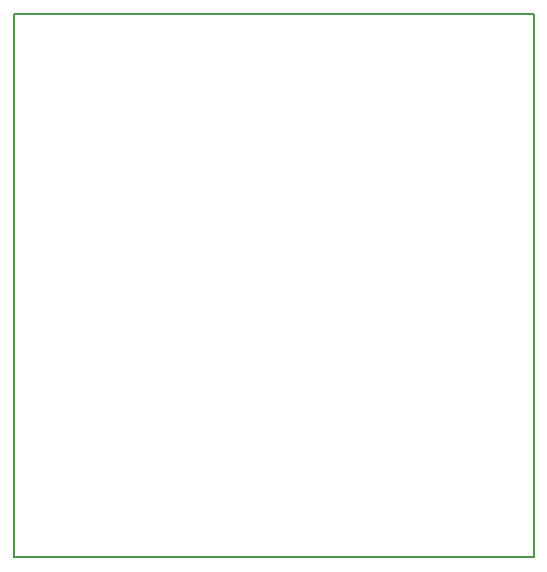
<source format=gko>
G04 #@! TF.FileFunction,Profile,NP*
%FSLAX46Y46*%
G04 Gerber Fmt 4.6, Leading zero omitted, Abs format (unit mm)*
G04 Created by KiCad (PCBNEW 4.0.7-e2-6376~61~ubuntu18.04.1) date Fri Dec  6 13:26:14 2019*
%MOMM*%
%LPD*%
G01*
G04 APERTURE LIST*
%ADD10C,0.100000*%
%ADD11C,0.150000*%
G04 APERTURE END LIST*
D10*
D11*
X0Y-46000000D02*
X0Y0D01*
X44000000Y-46000000D02*
X0Y-46000000D01*
X44000000Y0D02*
X44000000Y-46000000D01*
X0Y0D02*
X44000000Y0D01*
M02*

</source>
